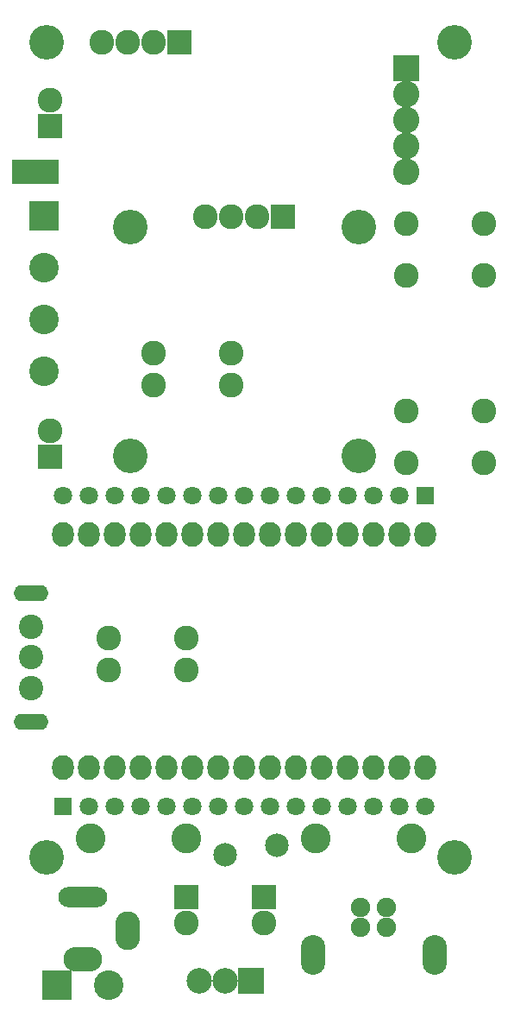
<source format=gbr>
G04 #@! TF.FileFunction,Soldermask,Bot*
%FSLAX46Y46*%
G04 Gerber Fmt 4.6, Leading zero omitted, Abs format (unit mm)*
G04 Created by KiCad (PCBNEW 4.0.4-stable) date 06/22/17 13:57:42*
%MOMM*%
%LPD*%
G01*
G04 APERTURE LIST*
%ADD10C,0.500000*%
%ADD11C,3.400000*%
%ADD12C,2.940000*%
%ADD13R,2.432000X2.432000*%
%ADD14C,2.432000*%
%ADD15O,4.799280X2.000200*%
%ADD16O,3.801060X2.398980*%
%ADD17O,2.398980X3.801060*%
%ADD18C,2.305000*%
%ADD19R,2.500580X2.500580*%
%ADD20C,2.599640*%
%ADD21C,1.797000*%
%ADD22R,1.797000X1.797000*%
%ADD23C,2.400000*%
%ADD24O,3.400000X1.600000*%
%ADD25C,2.500580*%
%ADD26R,2.899360X2.899360*%
%ADD27C,2.899360*%
%ADD28O,2.127200X2.432000*%
%ADD29C,1.900000*%
%ADD30O,2.400000X3.900000*%
G04 APERTURE END LIST*
D10*
D11*
X46016000Y97159000D03*
X6016000Y97159000D03*
X6016000Y17159000D03*
X46016000Y17159000D03*
D12*
X19685000Y19050000D03*
X10287000Y19050000D03*
X32385000Y19050000D03*
X41783000Y19050000D03*
D13*
X19685000Y13335000D03*
D14*
X19685000Y10795000D03*
D13*
X27305000Y13335000D03*
D14*
X27305000Y10795000D03*
D15*
X9525000Y13335000D03*
D16*
X9525000Y7239000D03*
D17*
X13970000Y10033000D03*
D14*
X11430000Y97155000D03*
X13970000Y97155000D03*
X16510000Y97155000D03*
D13*
X19050000Y97155000D03*
D14*
X6350000Y91440000D03*
D13*
X6350000Y88900000D03*
D14*
X6350000Y59055000D03*
D13*
X6350000Y56515000D03*
X29210000Y80010000D03*
D14*
X26670000Y80010000D03*
X24130000Y80010000D03*
X21590000Y80010000D03*
D11*
X36650000Y79030000D03*
X36650000Y56530000D03*
X14150000Y56530000D03*
X14150000Y79030000D03*
D18*
X28575000Y18415000D03*
X23475000Y17415000D03*
D14*
X24130000Y66675000D03*
X16510000Y66675000D03*
X24130000Y63500000D03*
X16510000Y63500000D03*
X12065000Y35560000D03*
X19685000Y35560000D03*
X12065000Y38735000D03*
X19685000Y38735000D03*
X48895000Y79375000D03*
X48895000Y74295000D03*
X41275000Y79375000D03*
X41275000Y74295000D03*
X48895000Y60960000D03*
X48895000Y55880000D03*
X41275000Y60960000D03*
X41275000Y55880000D03*
D19*
X41275000Y94615000D03*
D20*
X41275000Y92075000D03*
X41275000Y89535000D03*
X41275000Y86995000D03*
X41275000Y84455000D03*
D21*
X43180000Y22225000D03*
X40640000Y22225000D03*
X38100000Y22225000D03*
X35560000Y22225000D03*
X33020000Y22225000D03*
D22*
X7620000Y22225000D03*
D21*
X10160000Y22225000D03*
X12700000Y22225000D03*
X15240000Y22225000D03*
X17780000Y22225000D03*
X20320000Y22225000D03*
X22860000Y22225000D03*
X25400000Y22225000D03*
X27940000Y22225000D03*
X30480000Y22225000D03*
X7620000Y52705000D03*
X10160000Y52705000D03*
X12700000Y52705000D03*
X15240000Y52705000D03*
X17780000Y52705000D03*
D22*
X43180000Y52705000D03*
D21*
X40640000Y52705000D03*
X38100000Y52705000D03*
X35560000Y52705000D03*
X33020000Y52705000D03*
X30480000Y52705000D03*
X27940000Y52705000D03*
X25400000Y52705000D03*
X22860000Y52705000D03*
X20320000Y52705000D03*
D23*
X4419600Y36837620D03*
X4445000Y33830000D03*
X4445000Y39830000D03*
D24*
X4445000Y30530000D03*
X4445000Y43130000D03*
D25*
X23495000Y5080000D03*
X20955000Y5080000D03*
D19*
X26035000Y5080000D03*
D13*
X3810000Y84455000D03*
X5969000Y84455000D03*
D26*
X5715000Y80137000D03*
D27*
X5715000Y75057000D03*
X5715000Y69977000D03*
X5715000Y64897000D03*
D28*
X7620000Y26035000D03*
X10160000Y26035000D03*
X12700000Y26035000D03*
X15240000Y26035000D03*
X17780000Y26035000D03*
X20320000Y26035000D03*
X22860000Y26035000D03*
X25400000Y26035000D03*
X27940000Y26035000D03*
X30480000Y26035000D03*
X33020000Y26035000D03*
X35560000Y26035000D03*
X38100000Y26035000D03*
X40640000Y26035000D03*
X43180000Y26035000D03*
X7620000Y48895000D03*
X38100000Y48895000D03*
X40640000Y48895000D03*
X35560000Y48895000D03*
X20320000Y48895000D03*
X17780000Y48895000D03*
X22860000Y48895000D03*
X43180000Y48895000D03*
X27940000Y48895000D03*
X25400000Y48895000D03*
X30480000Y48895000D03*
X33020000Y48895000D03*
X12700000Y48895000D03*
X15240000Y48895000D03*
X10160000Y48895000D03*
D29*
X39370000Y12319000D03*
X36830000Y12319000D03*
X36830000Y10320020D03*
X39370000Y10320020D03*
D30*
X44099480Y7620000D03*
X32100520Y7620000D03*
D26*
X6985000Y4699000D03*
D27*
X12065000Y4699000D03*
M02*

</source>
